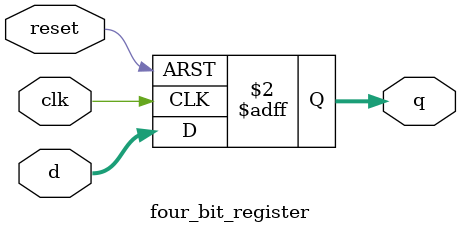
<source format=v>
module four_bit_register (
    input clk,
    input reset,
    input [3:0] d,
    output reg [3:0] q
);
    always @(posedge clk or posedge reset) begin
        if (reset) begin
            q <= 4'b0000;
        end else begin
            q <= d;
        end
    end
endmodule
</source>
